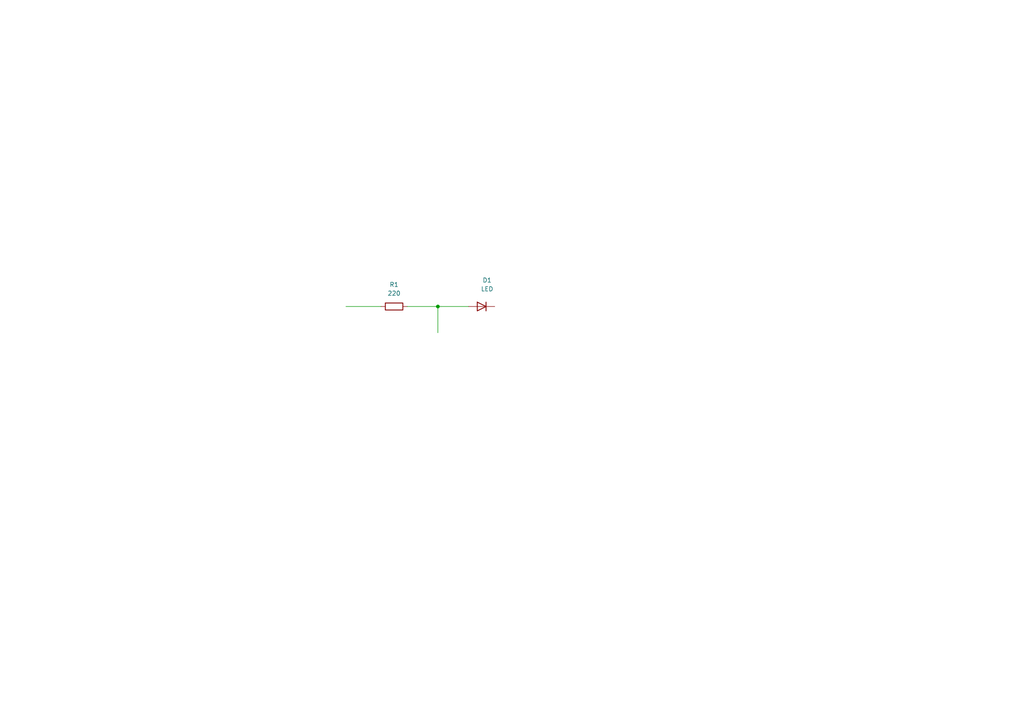
<source format=kicad_sch>
(kicad_sch (version 20211123) (generator eeschema)
  (paper "A4")
  (lib_symbols
    (symbol "Device:LED" (pin_numbers hide) (pin_names (offset 1.016) hide)
      (property "Reference" "D" (at 0 2.54 0))
      (property "Value" "LED" (at 0 -2.54 0))
      (symbol "LED_0_1"
        (polyline (pts (xy -1.27 -1.27) (xy -1.27 1.27)) (stroke (width 0.254)))
        (polyline (pts (xy -1.27 0) (xy 1.27 0)))
        (polyline (pts (xy 1.27 -1.27) (xy 1.27 1.27) (xy -1.27 0) (xy 1.27 -1.27)) (stroke (width 0.254)))
      )
      (symbol "LED_1_1"
        (pin passive line (at -3.81 0 0) (length 2.54) (name "K") (number "1"))
        (pin passive line (at 3.81 0 180) (length 2.54) (name "A") (number "2"))
      )
    )
    (symbol "Device:R" (pin_numbers hide) (pin_names (offset 0) hide)
      (property "Reference" "R" (at 2.032 0 90))
      (property "Value" "R" (at 0 0 90))
      (symbol "R_0_1"
        (rectangle (start -1.016 -2.54) (end 1.016 2.54) (stroke (width 0.254)))
      )
      (symbol "R_1_1"
        (pin passive line (at 0 3.81 270) (length 1.27) (name "~") (number "1"))
        (pin passive line (at 0 -3.81 90) (length 1.27) (name "~") (number "2"))
      )
    )
    (symbol "MCU_Module:Arduino_Nano_v3.x"
      (property "Reference" "A" (at -10.16 23.495 0))
      (property "Value" "Arduino_Nano_v3.x" (at 5.08 -24.13 0))
    )
  )
  (junction (at 127 88.9))
  (wire (pts (xy 100.33 88.9) (xy 110.49 88.9)))
  (wire (pts (xy 118.11 88.9) (xy 127 88.9)))
  (wire (pts (xy 127 88.9) (xy 127 96.52)))
  (wire (pts (xy 127 88.9) (xy 135.89 88.9)))
  (symbol (lib_id "Device:R") (at 114.3 88.9 90) (unit 1)
    (property "Reference" "R1" (at 114.3 82.55 90))
    (property "Value" "220" (at 114.3 85.09 90))
  )
  (symbol (lib_id "Device:LED") (at 139.7 88.9 180) (unit 1)
    (property "Reference" "D1" (at 141.2875 81.28 0))
    (property "Value" "LED" (at 141.2875 83.82 0))
  )
)
</source>
